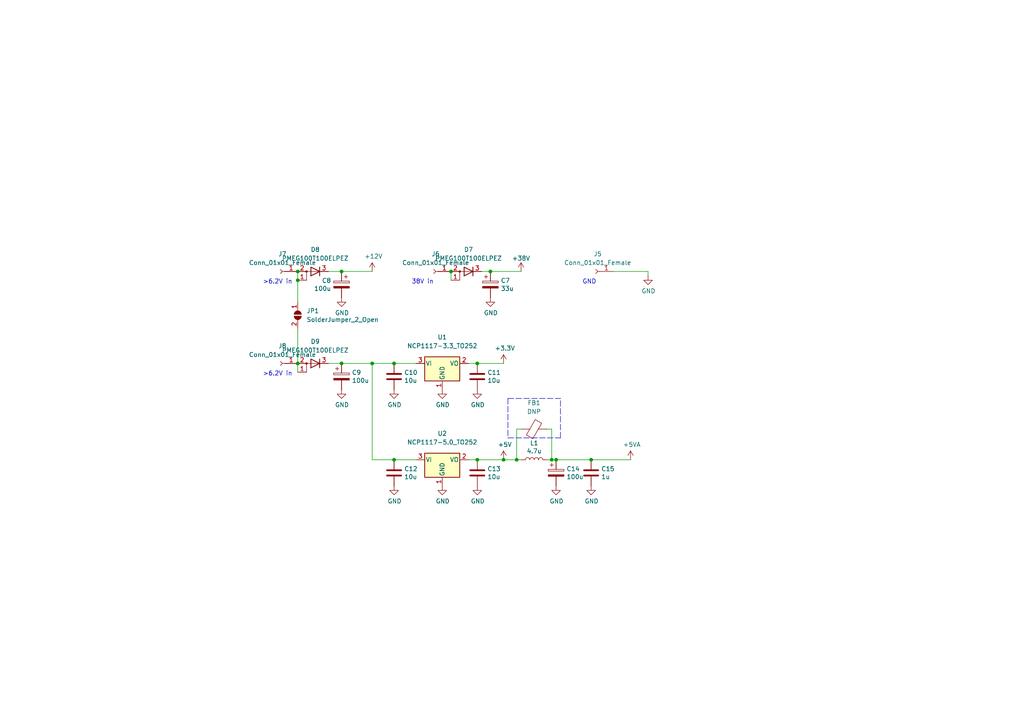
<source format=kicad_sch>
(kicad_sch (version 20211123) (generator eeschema)
  (paper "A4")
  (lib_symbols
    (symbol "Connector:Conn_01x01_Female" (pin_names (offset 1.016) hide)
      (property "Reference" "J" (at 0 2.54 0))
      (property "Value" "Conn_01x01_Female" (at 0 -2.54 0))
      (symbol "Conn_01x01_Female_1_1"
        (polyline (pts (xy -1.27 0) (xy -0.508 0)) (stroke (width 0.1524)))
        (arc (start 0 0.508) (mid -0.508 0) (end 0 -0.508) (stroke (width 0.1524)))
        (pin passive line (at -5.08 0 0) (length 3.81) (name "Pin_1") (number "1"))
      )
    )
    (symbol "Device:C" (pin_numbers hide) (pin_names (offset 0.254))
      (property "Reference" "C" (at 0.635 2.54 0))
      (property "Value" "C" (at 0.635 -2.54 0))
      (symbol "C_0_1"
        (polyline (pts (xy -2.032 -0.762) (xy 2.032 -0.762)) (stroke (width 0.508)))
        (polyline (pts (xy -2.032 0.762) (xy 2.032 0.762)) (stroke (width 0.508)))
      )
      (symbol "C_1_1"
        (pin passive line (at 0 3.81 270) (length 2.794) (name "~") (number "1"))
        (pin passive line (at 0 -3.81 90) (length 2.794) (name "~") (number "2"))
      )
    )
    (symbol "Device:C_Polarized" (pin_numbers hide) (pin_names (offset 0.254))
      (property "Reference" "C" (at 0.635 2.54 0))
      (property "Value" "C_Polarized" (at 0.635 -2.54 0))
      (symbol "C_Polarized_0_1"
        (rectangle (start -2.286 0.508) (end 2.286 1.016))
        (polyline (pts (xy -1.778 2.286) (xy -0.762 2.286)))
        (polyline (pts (xy -1.27 2.794) (xy -1.27 1.778)))
        (rectangle (start 2.286 -0.508) (end -2.286 -1.016) (fill (type outline)))
      )
      (symbol "C_Polarized_1_1"
        (pin passive line (at 0 3.81 270) (length 2.794) (name "~") (number "1"))
        (pin passive line (at 0 -3.81 90) (length 2.794) (name "~") (number "2"))
      )
    )
    (symbol "Device:D_AAK" (pin_names (offset 0) hide)
      (property "Reference" "D" (at 0 2.54 0))
      (property "Value" "D_AAK" (at 0 -2.54 0))
      (symbol "D_AAK_0_1"
        (polyline (pts (xy -1.27 1.27) (xy -1.27 -1.27)) (stroke (width 0.254)))
        (polyline (pts (xy 1.27 1.27) (xy 1.27 -1.27) (xy -1.27 0) (xy 1.27 1.27)) (stroke (width 0.254)))
        (polyline (pts (xy 3.81 2.54) (xy 2.54 2.54) (xy 2.54 0) (xy -1.27 0)))
        (circle (center 2.54 0) (radius 0.254) (fill (type outline)))
      )
      (symbol "D_AAK_1_1"
        (pin passive line (at 5.08 2.54 180) (length 2.54) (name "A") (number "1"))
        (pin passive line (at 5.08 0 180) (length 2.54) (name "A") (number "2"))
        (pin passive line (at -3.81 0 0) (length 2.54) (name "K") (number "3"))
      )
    )
    (symbol "Device:FerriteBead" (pin_numbers hide) (pin_names (offset 0))
      (property "Reference" "FB" (at -3.81 0.635 90))
      (property "Value" "FerriteBead" (at 3.81 0 90))
      (symbol "FerriteBead_0_1"
        (polyline (pts (xy 0 -1.27) (xy 0 -1.2192)))
        (polyline (pts (xy 0 1.27) (xy 0 1.2954)))
        (polyline (pts (xy -2.7686 0.4064) (xy -1.7018 2.2606) (xy 2.7686 -0.3048) (xy 1.6764 -2.159) (xy -2.7686 0.4064)))
      )
      (symbol "FerriteBead_1_1"
        (pin passive line (at 0 3.81 270) (length 2.54) (name "~") (number "1"))
        (pin passive line (at 0 -3.81 90) (length 2.54) (name "~") (number "2"))
      )
    )
    (symbol "Device:L" (pin_numbers hide) (pin_names (offset 1.016) hide)
      (property "Reference" "L" (at -1.27 0 90))
      (property "Value" "L" (at 1.905 0 90))
      (symbol "L_0_1"
        (arc (start 0 -2.54) (mid 0.635 -1.905) (end 0 -1.27))
        (arc (start 0 -1.27) (mid 0.635 -0.635) (end 0 0))
        (arc (start 0 0) (mid 0.635 0.635) (end 0 1.27))
        (arc (start 0 1.27) (mid 0.635 1.905) (end 0 2.54))
      )
      (symbol "L_1_1"
        (pin passive line (at 0 3.81 270) (length 1.27) (name "1") (number "1"))
        (pin passive line (at 0 -3.81 90) (length 1.27) (name "2") (number "2"))
      )
    )
    (symbol "Jumper:SolderJumper_2_Open" (pin_names (offset 0) hide)
      (property "Reference" "JP" (at 0 2.032 0))
      (property "Value" "SolderJumper_2_Open" (at 0 -2.54 0))
      (symbol "SolderJumper_2_Open_0_1"
        (arc (start -0.254 1.016) (mid -1.27 0) (end -0.254 -1.016))
        (arc (start -0.254 1.016) (mid -1.27 0) (end -0.254 -1.016) (fill (type outline)))
        (polyline (pts (xy -0.254 1.016) (xy -0.254 -1.016)))
        (polyline (pts (xy 0.254 1.016) (xy 0.254 -1.016)))
        (arc (start 0.254 -1.016) (mid 1.27 0) (end 0.254 1.016))
        (arc (start 0.254 -1.016) (mid 1.27 0) (end 0.254 1.016) (fill (type outline)))
      )
      (symbol "SolderJumper_2_Open_1_1"
        (pin passive line (at -3.81 0 0) (length 2.54) (name "A") (number "1"))
        (pin passive line (at 3.81 0 180) (length 2.54) (name "B") (number "2"))
      )
    )
    (symbol "Regulator_Linear:NCP1117-3.3_TO252" (pin_names (offset 0.254))
      (property "Reference" "U" (at -3.81 3.175 0))
      (property "Value" "NCP1117-3.3_TO252" (at 0 3.175 0))
      (symbol "NCP1117-3.3_TO252_0_1"
        (rectangle (start -5.08 1.905) (end 5.08 -5.08) (stroke (width 0.254)) (fill (type background)))
      )
      (symbol "NCP1117-3.3_TO252_1_1"
        (pin power_in line (at 0 -7.62 90) (length 2.54) (name "GND") (number "1"))
        (pin power_out line (at 7.62 0 180) (length 2.54) (name "VO") (number "2"))
        (pin power_in line (at -7.62 0 0) (length 2.54) (name "VI") (number "3"))
      )
    )
    (symbol "Regulator_Linear:NCP1117-5.0_TO252" (pin_names (offset 0.254))
      (property "Reference" "U" (at -3.81 3.175 0))
      (property "Value" "NCP1117-5.0_TO252" (at 0 3.175 0))
      (symbol "NCP1117-5.0_TO252_0_1"
        (rectangle (start -5.08 1.905) (end 5.08 -5.08) (stroke (width 0.254)) (fill (type background)))
      )
      (symbol "NCP1117-5.0_TO252_1_1"
        (pin power_in line (at 0 -7.62 90) (length 2.54) (name "GND") (number "1"))
        (pin power_out line (at 7.62 0 180) (length 2.54) (name "VO") (number "2"))
        (pin power_in line (at -7.62 0 0) (length 2.54) (name "VI") (number "3"))
      )
    )
    (symbol "UserLibrary:+38V" (power) (pin_names (offset 0))
      (property "Value" "+38V" (at 0 3.81 0))
      (symbol "+38V_0_1"
        (polyline (pts (xy -0.762 1.27) (xy 0 2.54)))
        (polyline (pts (xy 0 0) (xy 0 2.54)))
        (polyline (pts (xy 0 2.54) (xy 0.762 1.27)))
      )
      (symbol "+38V_1_1"
        (pin power_in line (at 0 0 90) (length 0) hide (name "+38V") (number "1"))
      )
    )
    (symbol "power:+12V" (power) (pin_names (offset 0))
      (property "Value" "+12V" (at 0 3.556 0))
      (symbol "+12V_0_1"
        (polyline (pts (xy -0.762 1.27) (xy 0 2.54)))
        (polyline (pts (xy 0 0) (xy 0 2.54)))
        (polyline (pts (xy 0 2.54) (xy 0.762 1.27)))
      )
      (symbol "+12V_1_1"
        (pin power_in line (at 0 0 90) (length 0) hide (name "+12V") (number "1"))
      )
    )
    (symbol "power:+3.3V" (power) (pin_names (offset 0))
      (property "Value" "+3.3V" (at 0 3.556 0))
      (symbol "+3.3V_0_1"
        (polyline (pts (xy -0.762 1.27) (xy 0 2.54)))
        (polyline (pts (xy 0 0) (xy 0 2.54)))
        (polyline (pts (xy 0 2.54) (xy 0.762 1.27)))
      )
      (symbol "+3.3V_1_1"
        (pin power_in line (at 0 0 90) (length 0) hide (name "+3.3V") (number "1"))
      )
    )
    (symbol "power:+5V" (power) (pin_names (offset 0))
      (property "Value" "+5V" (at 0 3.556 0))
      (symbol "+5V_0_1"
        (polyline (pts (xy -0.762 1.27) (xy 0 2.54)))
        (polyline (pts (xy 0 0) (xy 0 2.54)))
        (polyline (pts (xy 0 2.54) (xy 0.762 1.27)))
      )
      (symbol "+5V_1_1"
        (pin power_in line (at 0 0 90) (length 0) hide (name "+5V") (number "1"))
      )
    )
    (symbol "power:+5VA" (power) (pin_names (offset 0))
      (property "Value" "+5VA" (at 0 3.556 0))
      (symbol "+5VA_0_1"
        (polyline (pts (xy -0.762 1.27) (xy 0 2.54)))
        (polyline (pts (xy 0 0) (xy 0 2.54)))
        (polyline (pts (xy 0 2.54) (xy 0.762 1.27)))
      )
      (symbol "+5VA_1_1"
        (pin power_in line (at 0 0 90) (length 0) hide (name "+5VA") (number "1"))
      )
    )
    (symbol "power:GND" (power) (pin_names (offset 0))
      (property "Value" "GND" (at 0 -3.81 0))
      (symbol "GND_0_1"
        (polyline (pts (xy 0 0) (xy 0 -1.27) (xy 1.27 -1.27) (xy 0 -2.54) (xy -1.27 -1.27) (xy 0 -1.27)))
      )
      (symbol "GND_1_1"
        (pin power_in line (at 0 0 270) (length 0) hide (name "GND") (number "1"))
      )
    )
  )
  (junction (at 86.36 105.41))
  (junction (at 142.24 78.74))
  (junction (at 114.3 133.35))
  (junction (at 171.45 133.35))
  (junction (at 146.05 133.35))
  (junction (at 99.06 78.74))
  (junction (at 138.43 105.41))
  (junction (at 161.29 133.35))
  (junction (at 99.06 105.41))
  (junction (at 160.02 133.35))
  (junction (at 138.43 133.35))
  (junction (at 86.36 78.74))
  (junction (at 130.81 78.74))
  (junction (at 149.86 133.35))
  (junction (at 114.3 105.41))
  (junction (at 86.36 81.28))
  (junction (at 107.95 105.41))
  (wire (pts (xy 158.75 133.35) (xy 160.02 133.35)))
  (wire (pts (xy 149.86 133.35) (xy 151.13 133.35)))
  (wire (pts (xy 99.06 105.41) (xy 107.95 105.41)))
  (wire (pts (xy 99.06 78.74) (xy 107.95 78.74)))
  (wire (pts (xy 114.3 133.35) (xy 120.65 133.35)))
  (wire (pts (xy 149.86 133.35) (xy 149.86 124.46)))
  (wire (pts (xy 86.36 78.74) (xy 86.36 81.28)))
  (wire (pts (xy 95.25 78.74) (xy 99.06 78.74)))
  (wire (pts (xy 171.45 133.35) (xy 182.88 133.35)))
  (wire (pts (xy 114.3 105.41) (xy 120.65 105.41)))
  (polyline (pts (xy 147.32 127) (xy 162.56 127)))
  (polyline (pts (xy 147.32 115.57) (xy 162.56 115.57)))
  (wire (pts (xy 86.36 81.28) (xy 86.36 87.63)))
  (wire (pts (xy 149.86 124.46) (xy 151.13 124.46)))
  (wire (pts (xy 135.89 133.35) (xy 138.43 133.35)))
  (wire (pts (xy 142.24 78.74) (xy 151.13 78.74)))
  (wire (pts (xy 107.95 133.35) (xy 107.95 105.41)))
  (wire (pts (xy 161.29 133.35) (xy 171.45 133.35)))
  (wire (pts (xy 138.43 133.35) (xy 146.05 133.35)))
  (wire (pts (xy 86.36 95.25) (xy 86.36 105.41)))
  (wire (pts (xy 107.95 105.41) (xy 114.3 105.41)))
  (wire (pts (xy 160.02 124.46) (xy 160.02 133.35)))
  (polyline (pts (xy 162.56 127) (xy 162.56 115.57)))
  (wire (pts (xy 95.25 105.41) (xy 99.06 105.41)))
  (wire (pts (xy 107.95 133.35) (xy 114.3 133.35)))
  (wire (pts (xy 138.43 105.41) (xy 146.05 105.41)))
  (polyline (pts (xy 147.32 115.57) (xy 147.32 127)))
  (wire (pts (xy 139.7 78.74) (xy 142.24 78.74)))
  (wire (pts (xy 146.05 133.35) (xy 149.86 133.35)))
  (wire (pts (xy 187.96 78.74) (xy 187.96 80.01)))
  (wire (pts (xy 86.36 105.41) (xy 86.36 107.95)))
  (wire (pts (xy 160.02 133.35) (xy 161.29 133.35)))
  (wire (pts (xy 158.75 124.46) (xy 160.02 124.46)))
  (wire (pts (xy 130.81 78.74) (xy 130.81 81.28)))
  (wire (pts (xy 177.8 78.74) (xy 187.96 78.74)))
  (wire (pts (xy 135.89 105.41) (xy 138.43 105.41)))
  (text "38V in" (at 119.38 82.55 0) (effects (font (size 1.27 1.27)) (justify left bottom)))
  (text "GND" (at 168.91 82.55 0) (effects (font (size 1.27 1.27)) (justify left bottom)))
  (text ">6.2V in" (at 76.2 109.22 0) (effects (font (size 1.27 1.27)) (justify left bottom)))
  (text ">6.2V in" (at 76.2 82.55 0) (effects (font (size 1.27 1.27)) (justify left bottom)))
  (symbol (lib_id "power:GND") (at 138.43 140.97 0) (unit 1)
    (property "Reference" "#PWR030" (effects hide))
    (property "Value" "GND" (at 138.557 145.3642 0))
  )
  (symbol (lib_id "power:GND") (at 138.43 113.03 0) (unit 1)
    (property "Reference" "#PWR025" (effects hide))
    (property "Value" "GND" (at 138.557 117.4242 0))
  )
  (symbol (lib_id "power:GND") (at 142.24 86.36 0) (unit 1)
    (property "Reference" "#PWR018" (effects hide))
    (property "Value" "GND" (at 142.367 90.7542 0))
  )
  (symbol (lib_id "Jumper:SolderJumper_2_Open") (at 86.36 91.44 270) (unit 1) (in_bom no) (on_board no)
    (property "Reference" "JP1" (at 88.9 90.1699 90) (effects (justify left)))
    (property "Value" "SolderJumper_2_Open" (at 88.9 92.7099 90) (effects (justify left)))
    (property "Footprint" "Jumper:SolderJumper-2_P1.3mm_Open_TrianglePad1.0x1.5mm" (effects hide))
  )
  (symbol (lib_id "power:GND") (at 171.45 140.97 0) (unit 1)
    (property "Reference" "#PWR032" (effects hide))
    (property "Value" "GND" (at 171.577 145.3642 0))
  )
  (symbol (lib_id "power:GND") (at 128.27 140.97 0) (unit 1)
    (property "Reference" "#PWR029" (effects hide))
    (property "Value" "GND" (at 128.397 145.3642 0))
  )
  (symbol (lib_id "power:+12V") (at 107.95 78.74 0) (unit 1)
    (property "Reference" "#PWR019" (effects hide))
    (property "Value" "+12V" (at 108.331 74.3458 0))
  )
  (symbol (lib_id "Device:C_Polarized") (at 142.24 82.55 0) (unit 1)
    (property "Reference" "C7" (at 145.2372 81.3816 0) (effects (justify left)))
    (property "Value" "33u" (at 145.2372 83.693 0) (effects (justify left)))
    (property "Footprint" "Capacitor_SMD:CP_Elec_10x10.5" (effects hide))
  )
  (symbol (lib_id "power:GND") (at 128.27 113.03 0) (unit 1)
    (property "Reference" "#PWR024" (effects hide))
    (property "Value" "GND" (at 128.397 117.4242 0))
  )
  (symbol (lib_id "Device:C") (at 114.3 137.16 0) (unit 1)
    (property "Reference" "C12" (at 117.221 135.9916 0) (effects (justify left)))
    (property "Value" "10u" (at 117.221 138.303 0) (effects (justify left)))
    (property "Footprint" "Capacitor_SMD:C_0805_2012Metric_Pad1.18x1.45mm_HandSolder" (effects hide))
  )
  (symbol (lib_id "Device:D_AAK") (at 91.44 78.74 180) (unit 1)
    (property "Reference" "D8" (at 91.44 72.39 0))
    (property "Value" "PMEG100T100ELPEZ" (at 91.44 74.93 0))
    (property "Footprint" "Package_TO_SOT_SMD:Nexperia_CFP15_SOT-1289" (effects hide))
  )
  (symbol (lib_id "power:GND") (at 161.29 140.97 0) (unit 1)
    (property "Reference" "#PWR031" (effects hide))
    (property "Value" "GND" (at 161.417 145.3642 0))
  )
  (symbol (lib_id "Device:C_Polarized") (at 161.29 137.16 0) (unit 1)
    (property "Reference" "C14" (at 164.2872 135.9916 0) (effects (justify left)))
    (property "Value" "100u" (at 164.2872 138.303 0) (effects (justify left)))
    (property "Footprint" "Capacitor_SMD:CP_Elec_6.3x7.7" (effects hide))
  )
  (symbol (lib_id "Device:D_AAK") (at 91.44 105.41 180) (unit 1)
    (property "Reference" "D9" (at 91.44 99.06 0))
    (property "Value" "PMEG100T100ELPEZ" (at 91.44 101.6 0))
    (property "Footprint" "Package_TO_SOT_SMD:Nexperia_CFP15_SOT-1289" (effects hide))
    (property "Datasheet" "https://www.mouser.de/datasheet/2/916/PMEG100T100ELPE-1948285.pdf" (effects hide))
  )
  (symbol (lib_id "Connector:Conn_01x01_Female") (at 125.73 78.74 180) (unit 1)
    (property "Reference" "J6" (at 126.365 73.66 0))
    (property "Value" "Conn_01x01_Female" (at 126.365 76.2 0))
    (property "Footprint" "footprints:BananaJack_24.243" (effects hide))
  )
  (symbol (lib_id "power:+5V") (at 146.05 133.35 0) (unit 1)
    (property "Reference" "#PWR026" (effects hide))
    (property "Value" "+5V" (at 146.431 128.9558 0))
  )
  (symbol (lib_id "Connector:Conn_01x01_Female") (at 172.72 78.74 180) (unit 1)
    (property "Reference" "J5" (at 173.355 73.66 0))
    (property "Value" "Conn_01x01_Female" (at 173.355 76.2 0))
    (property "Footprint" "footprints:BananaJack_24.243" (effects hide))
  )
  (symbol (lib_id "UserLibrary:+38V") (at 151.13 78.74 0) (unit 1)
    (property "Reference" "#PWR016" (effects hide))
    (property "Value" "+38V" (at 151.13 74.93 0))
  )
  (symbol (lib_id "power:GND") (at 114.3 113.03 0) (unit 1)
    (property "Reference" "#PWR023" (effects hide))
    (property "Value" "GND" (at 114.427 117.4242 0))
  )
  (symbol (lib_id "Device:C") (at 138.43 137.16 0) (unit 1)
    (property "Reference" "C13" (at 141.351 135.9916 0) (effects (justify left)))
    (property "Value" "10u" (at 141.351 138.303 0) (effects (justify left)))
    (property "Footprint" "Capacitor_SMD:C_0805_2012Metric_Pad1.18x1.45mm_HandSolder" (effects hide))
  )
  (symbol (lib_id "Regulator_Linear:NCP1117-5.0_TO252") (at 128.27 133.35 0) (unit 1)
    (property "Reference" "U2" (at 128.27 125.73 0))
    (property "Value" "NCP1117-5.0_TO252" (at 128.27 128.27 0))
    (property "Footprint" "Package_TO_SOT_SMD:TO-252-2" (effects hide))
    (property "Datasheet" "http://www.onsemi.com/pub_link/Collateral/NCP1117-D.PDF" (effects hide))
  )
  (symbol (lib_id "Device:C_Polarized") (at 99.06 82.55 0) (mirror y) (unit 1)
    (property "Reference" "C8" (at 96.0628 81.3816 0) (effects (justify left)))
    (property "Value" "100u" (at 96.0628 83.693 0) (effects (justify left)))
    (property "Footprint" "Capacitor_SMD:CP_Elec_6.3x7.7" (effects hide))
  )
  (symbol (lib_id "Device:D_AAK") (at 135.89 78.74 180) (unit 1)
    (property "Reference" "D7" (at 135.89 72.39 0))
    (property "Value" "PMEG100T100ELPEZ" (at 135.89 74.93 0))
    (property "Footprint" "Package_TO_SOT_SMD:Nexperia_CFP15_SOT-1289" (effects hide))
  )
  (symbol (lib_id "power:+5VA") (at 182.88 133.35 0) (unit 1)
    (property "Reference" "#PWR027" (effects hide))
    (property "Value" "+5VA" (at 183.261 128.9558 0))
  )
  (symbol (lib_id "Device:C") (at 138.43 109.22 0) (unit 1)
    (property "Reference" "C11" (at 141.351 108.0516 0) (effects (justify left)))
    (property "Value" "10u" (at 141.351 110.363 0) (effects (justify left)))
    (property "Footprint" "Capacitor_SMD:C_0805_2012Metric_Pad1.18x1.45mm_HandSolder" (effects hide))
  )
  (symbol (lib_id "Device:C_Polarized") (at 99.06 109.22 0) (unit 1)
    (property "Reference" "C9" (at 102.0572 108.0516 0) (effects (justify left)))
    (property "Value" "100u" (at 102.0572 110.363 0) (effects (justify left)))
    (property "Footprint" "Capacitor_SMD:CP_Elec_6.3x7.7" (effects hide))
  )
  (symbol (lib_id "Device:C") (at 171.45 137.16 0) (unit 1)
    (property "Reference" "C15" (at 174.371 135.9916 0) (effects (justify left)))
    (property "Value" "1u" (at 174.371 138.303 0) (effects (justify left)))
    (property "Footprint" "Capacitor_SMD:C_0603_1608Metric_Pad1.08x0.95mm_HandSolder" (effects hide))
  )
  (symbol (lib_id "Device:C") (at 114.3 109.22 0) (unit 1)
    (property "Reference" "C10" (at 117.221 108.0516 0) (effects (justify left)))
    (property "Value" "10u" (at 117.221 110.363 0) (effects (justify left)))
    (property "Footprint" "Capacitor_SMD:C_0805_2012Metric_Pad1.18x1.45mm_HandSolder" (effects hide))
  )
  (symbol (lib_id "power:GND") (at 99.06 113.03 0) (unit 1)
    (property "Reference" "#PWR022" (effects hide))
    (property "Value" "GND" (at 99.187 117.4242 0))
  )
  (symbol (lib_id "power:GND") (at 99.06 86.36 0) (unit 1)
    (property "Reference" "#PWR020" (effects hide))
    (property "Value" "GND" (at 99.187 90.7542 0))
  )
  (symbol (lib_id "power:+3.3V") (at 146.05 105.41 0) (unit 1)
    (property "Reference" "#PWR021" (effects hide))
    (property "Value" "+3.3V" (at 146.431 101.0158 0))
  )
  (symbol (lib_id "Connector:Conn_01x01_Female") (at 81.28 78.74 180) (unit 1)
    (property "Reference" "J7" (at 81.915 73.66 0))
    (property "Value" "Conn_01x01_Female" (at 81.915 76.2 0))
    (property "Footprint" "footprints:BananaJack_24.243" (effects hide))
  )
  (symbol (lib_id "Connector:Conn_01x01_Female") (at 81.28 105.41 180) (unit 1)
    (property "Reference" "J8" (at 81.915 100.33 0))
    (property "Value" "Conn_01x01_Female" (at 81.915 102.87 0))
    (property "Footprint" "footprints:BananaJack_24.243" (effects hide))
  )
  (symbol (lib_id "Device:FerriteBead") (at 154.94 124.46 90) (unit 1)
    (property "Reference" "FB1" (at 154.8892 116.84 90))
    (property "Value" "DNP" (at 154.8892 119.38 90))
    (property "Footprint" "Inductor_SMD:L_0603_1608Metric_Pad1.05x0.95mm_HandSolder" (effects hide))
  )
  (symbol (lib_id "Device:L") (at 154.94 133.35 90) (unit 1)
    (property "Reference" "L1" (at 154.94 128.524 90))
    (property "Value" "4.7u" (at 154.94 130.8354 90))
    (property "Footprint" "Inductor_SMD:L_Wuerth_MAPI-4030" (effects hide))
  )
  (symbol (lib_id "power:GND") (at 114.3 140.97 0) (unit 1)
    (property "Reference" "#PWR028" (effects hide))
    (property "Value" "GND" (at 114.427 145.3642 0))
  )
  (symbol (lib_id "Regulator_Linear:NCP1117-3.3_TO252") (at 128.27 105.41 0) (unit 1)
    (property "Reference" "U1" (at 128.27 97.79 0))
    (property "Value" "NCP1117-3.3_TO252" (at 128.27 100.33 0))
    (property "Footprint" "Package_TO_SOT_SMD:TO-252-2" (effects hide))
    (property "Datasheet" "http://www.onsemi.com/pub_link/Collateral/NCP1117-D.PDF" (effects hide))
  )
  (symbol (lib_id "power:GND") (at 187.96 80.01 0) (unit 1)
    (property "Reference" "#PWR017" (effects hide))
    (property "Value" "GND" (at 188.087 84.4042 0))
  )
)
</source>
